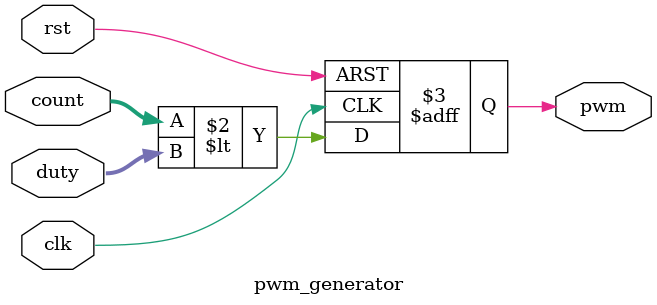
<source format=v>
module pwm_generator (
    input  wire clk,
    input  wire rst,
    input  wire [7:0] count,
    input  wire [7:0] duty,
    output reg  pwm
);

always @(posedge clk or posedge rst) begin
    if (rst)
        pwm <= 1'b0;
    else
        pwm <= (count < duty);
end

endmodule


</source>
